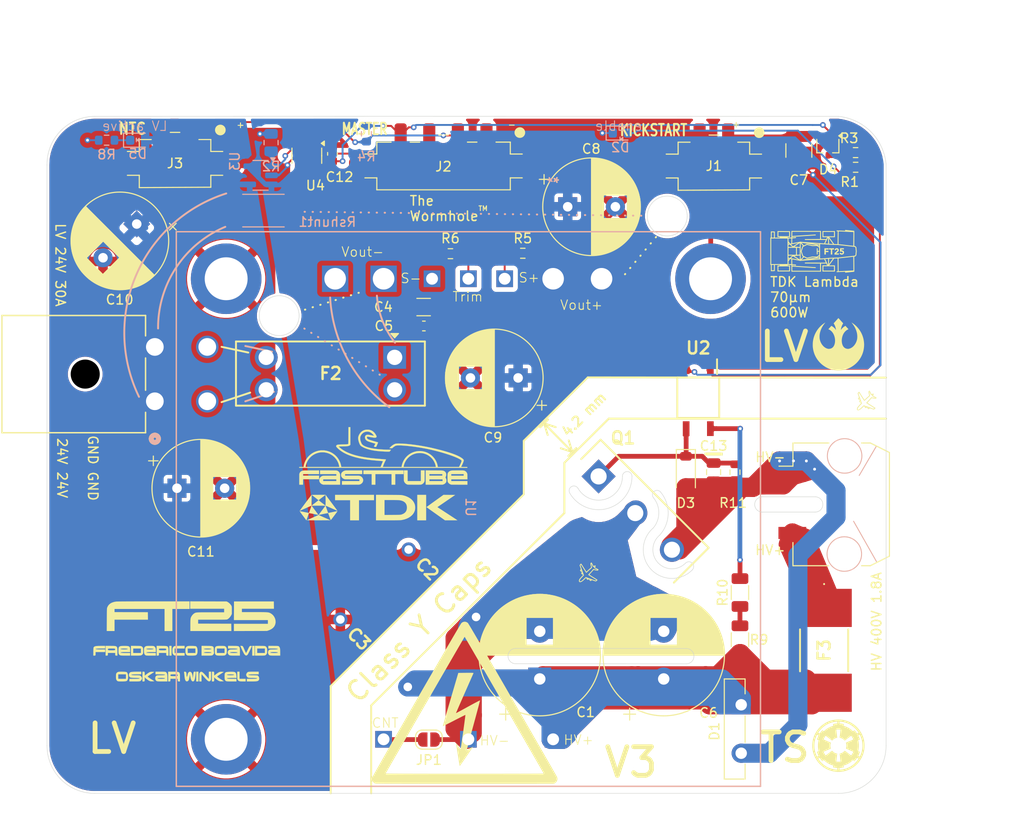
<source format=kicad_pcb>
(kicad_pcb
	(version 20241229)
	(generator "pcbnew")
	(generator_version "9.0")
	(general
		(thickness 1.67)
		(legacy_teardrops no)
	)
	(paper "A4")
	(layers
		(0 "F.Cu" mixed)
		(2 "B.Cu" mixed)
		(9 "F.Adhes" user "F.Adhesive")
		(11 "B.Adhes" user "B.Adhesive")
		(13 "F.Paste" user)
		(15 "B.Paste" user)
		(5 "F.SilkS" user "F.Silkscreen")
		(7 "B.SilkS" user "B.Silkscreen")
		(1 "F.Mask" user)
		(3 "B.Mask" user)
		(17 "Dwgs.User" user "User.Drawings")
		(19 "Cmts.User" user "User.Comments")
		(21 "Eco1.User" user "User.Eco1")
		(23 "Eco2.User" user "User.Eco2")
		(25 "Edge.Cuts" user)
		(27 "Margin" user)
		(31 "F.CrtYd" user "F.Courtyard")
		(29 "B.CrtYd" user "B.Courtyard")
		(35 "F.Fab" user)
		(33 "B.Fab" user)
		(39 "User.1" user)
		(41 "User.2" user)
		(43 "User.3" user)
		(45 "User.4" user)
		(47 "User.5" user)
		(49 "User.6" user)
		(51 "User.7" user)
		(53 "User.8" user)
		(55 "User.9" user)
	)
	(setup
		(stackup
			(layer "F.SilkS"
				(type "Top Silk Screen")
			)
			(layer "F.Paste"
				(type "Top Solder Paste")
			)
			(layer "F.Mask"
				(type "Top Solder Mask")
				(thickness 0.01)
			)
			(layer "F.Cu"
				(type "copper")
				(thickness 0.07)
			)
			(layer "dielectric 1"
				(type "core")
				(thickness 1.51)
				(material "FR4")
				(epsilon_r 4.5)
				(loss_tangent 0.02)
			)
			(layer "B.Cu"
				(type "copper")
				(thickness 0.07)
			)
			(layer "B.Mask"
				(type "Bottom Solder Mask")
				(thickness 0.01)
			)
			(layer "B.Paste"
				(type "Bottom Solder Paste")
			)
			(layer "B.SilkS"
				(type "Bottom Silk Screen")
			)
			(copper_finish "None")
			(dielectric_constraints no)
		)
		(pad_to_mask_clearance 0)
		(allow_soldermask_bridges_in_footprints no)
		(tenting front back)
		(grid_origin 154.6 131.4)
		(pcbplotparams
			(layerselection 0x00000000_00000000_55555555_5755f5ff)
			(plot_on_all_layers_selection 0x00000000_00000000_00000000_00000000)
			(disableapertmacros no)
			(usegerberextensions no)
			(usegerberattributes yes)
			(usegerberadvancedattributes yes)
			(creategerberjobfile no)
			(dashed_line_dash_ratio 12.000000)
			(dashed_line_gap_ratio 3.000000)
			(svgprecision 4)
			(plotframeref no)
			(mode 1)
			(useauxorigin yes)
			(hpglpennumber 1)
			(hpglpenspeed 20)
			(hpglpendiameter 15.000000)
			(pdf_front_fp_property_popups yes)
			(pdf_back_fp_property_popups yes)
			(pdf_metadata yes)
			(pdf_single_document no)
			(dxfpolygonmode yes)
			(dxfimperialunits yes)
			(dxfusepcbnewfont yes)
			(psnegative no)
			(psa4output no)
			(plot_black_and_white yes)
			(plotinvisibletext no)
			(sketchpadsonfab no)
			(plotpadnumbers no)
			(hidednponfab no)
			(sketchdnponfab yes)
			(crossoutdnponfab yes)
			(subtractmaskfromsilk yes)
			(outputformat 1)
			(mirror no)
			(drillshape 0)
			(scaleselection 1)
			(outputdirectory "gerber/")
		)
	)
	(net 0 "")
	(net 1 "/-VIN")
	(net 2 "GND")
	(net 3 "Net-(D4-Pad3)")
	(net 4 "/+VIN")
	(net 5 "+3V3")
	(net 6 "/LV+")
	(net 7 "/3V_buttoncell")
	(net 8 "/TEMP_TSDCDC")
	(net 9 "/HV-in")
	(net 10 "/LV_I_measure")
	(net 11 "/I_meas_weak")
	(net 12 "Net-(U1-+S)")
	(net 13 "Net-(D2-A)")
	(net 14 "Net-(D5-K)")
	(net 15 "/Vout+")
	(net 16 "Net-(R3-Pad2)")
	(net 17 "Net-(U1-TRM)")
	(net 18 "/HV+in")
	(net 19 "/Enable_G")
	(net 20 "/Enable_Opto")
	(net 21 "Net-(JP1-A)")
	(net 22 "Net-(R10-Pad1)")
	(net 23 "/Vout-")
	(footprint "Capacitor_SMD:C_1210_3225Metric" (layer "F.Cu") (at 178.85 64.58 -90))
	(footprint "Resistor_SMD:R_0603_1608Metric" (layer "F.Cu") (at 184.8 64.8))
	(footprint "footprints:airplane" (layer "F.Cu") (at 156.66 108.97 135))
	(footprint "Capacitor_SMD:C_0805_2012Metric" (layer "F.Cu") (at 169.91 98.309999 -90))
	(footprint "footprints:VY1471M29Y5UC63V0" (layer "F.Cu") (at 130.766058 113.762876 -45))
	(footprint "footprints:rebellion" (layer "F.Cu") (at 183 84.9))
	(footprint "FaSTTUBe_connectors:Micro_Mate-N-Lok_2p_vertical" (layer "F.Cu") (at 169.94 66.21))
	(footprint "Capacitor_THT:CP_Radial_D12.5mm_P5.00mm" (layer "F.Cu") (at 151.679369 120.000968 90))
	(footprint "Capacitor_THT:CP_Radial_D10.0mm_P5.00mm" (layer "F.Cu") (at 109.411454 72.292233 -135))
	(footprint "LOGO"
		(layer "F.Cu")
		(uuid "36ea3436-548e-4414-bac1-a7348850c228")
		(at 180.33 75.14)
		(property "Reference" "G***"
			(at 0 0 0)
			(layer "F.SilkS")
			(hide yes)
			(uuid "f973503b-fa37-47d9-b20f-d30676bb0e6c")
			(effects
				(font
					(size 1.5 1.5)
					(thickness 0.3)
				)
			)
		)
		(property "Value" "LOGO"
			(at 0.75 0 0)
			(layer "F.SilkS")
			(hide yes)
			(uuid "6387be7f-2b16-465c-8f89-140f5aa812b4")
			(effects
				(font
					(size 1.5 1.5)
					(thickness 0.3)
				)
			)
		)
		(property "Datasheet" ""
			(at 0 0 0)
			(layer "F.Fab")
			(hide yes)
			(uuid "41393a24-4ba8-4af2-84c5-5556a5cd9241")
			(effects
				(font
					(size 1.27 1.27)
					(thickness 0.15)
				)
			)
		)
		(property "Description" ""
			(at 0 0 0)
			(layer "F.Fab")
			(hide yes)
			(uuid "47d9374d-4d87-4be0-875b-3451ee135b5f")
			(effects
				(font
					(size 1.27 1.27)
					(thickness 0.15)
				)
			)
		)
		(attr board_only exclude_from_pos_files exclude_from_bom)
		(fp_poly
			(pts
				(xy 2.210106 -0.240934) (xy 2.210106 -0.176067) (xy 2.115122 -0.176067) (xy 2.020138 -0.176067)
				(xy 2.020138 0.088034) (xy 2.020138 0.352134) (xy 1.948322 0.352134) (xy 1.876505 0.352134) (xy 1.876505 0.088034)
				(xy 1.876505 -0.176067) (xy 1.781521 -0.176067) (xy 1.686538 -0.176067) (xy 1.686538 -0.240935)
				(xy 1.686537 -0.305801) (xy 1.948322 -0.305801) (xy 2.210106 -0.305801)
			)
			(stroke
				(width 0)
				(type solid)
			)
			(fill yes)
			(layer "F.SilkS")
			(uuid "7df8e5e8-4ee8-444f-be4a-2fc6df64b466")
		)
		(fp_poly
			(pts
				(xy 1.644837 -0.238617) (xy 1.644837 -0.171435) (xy 1.49657 -0.171434) (xy 1.348303 -0.171434) (xy 1.348303 -0.10425)
				(xy 1.348303 -0.037067) (xy 1.484987 -0.037067) (xy 1.621671 -0.037067) (xy 1.621671 0.030116) (xy 1.621671 0.0973)
				(xy 1.484987 0.0973) (xy 1.348303 0.0973) (xy 1.348303 0.224717) (xy 1.348303 0.352134) (xy 1.27417 0.352134)
				(xy 1.200036 0.352134) (xy 1.200036 0.023167) (xy 1.200037 -0.305801) (xy 1.422437 -0.305801) (xy 1.644836 -0.305801)
			)
			(stroke
				(width 0)
				(type solid)
			)
			(fill yes)
			(layer "F.SilkS")
			(uuid "79488fa3-17fb-4e16-b5f3-2b64540a352f")
		)
		(fp_poly
			(pts
				(xy 2.532179 -0.312678) (xy 2.576155 -0.304473) (xy 2.614922 -0.2894) (xy 2.648 -0.267744) (xy 2.67491 -0.239793)
				(xy 2.695172 -0.205832) (xy 2.704208 -0.181813) (xy 2.708716 -0.159076) (xy 2.7108 -0.130942) (xy 2.71048 -0.100955)
				(xy 2.707773 -0.072656) (xy 2.703574 -0.052464) (xy 2.698715 -0.037255) (xy 2.692926 -0.02316) (xy 2.685517 -0.009402)
				(xy 2.675798 0.004797) (xy 2.663078 0.020215) (xy 2.646666 0.037632) (xy 2.625872 0.057823) (xy 2.600005 0.081568)
				(xy 2.568374 0.109644) (xy 2.53029 0.142829) (xy 2.529931 0.14314) (xy 2.430439 0.229351) (xy 2.575106 0.230575)
				(xy 2.719774 0.231799) (xy 2.719774 0.291967) (xy 2.719774 0.352134) (xy 2.490308 0.352134) (xy 2.260843 0.352134)
				(xy 2.262116 0.277056) (xy 2.263389 0.201979) (xy 2.356056 0.119177) (xy 2.402943 0.077122) (xy 2.443117 0.04073)
				(xy 2.476929 0.009665) (xy 2.504727 -0.016408) (xy 2.526863 -0.037827) (xy 2.543685 -0.054929) (xy 2.555544 -0.06805)
				(xy 2.562789 -0.077524) (xy 2.565176 -0.081851) (xy 2.5716 -0.10729) (xy 2.569746 -0.130812) (xy 2.56056 -0.15134)
				(xy 2.544994 -0.167801) (xy 2.523994 -0.179121) (xy 2.49851 -0.184225) (xy 2.475724 -0.18314) (xy 2.452963 -0.175273)
				(xy 2.433454 -0.159912) (xy 2.418912 -0.1387) (xy 2.413064 -0.123046) (xy 2.407173 -0.101018) (xy 2.367714 -0.103927)
				(xy 2.344598 -0.10571) (xy 2.320508 -0.107692) (xy 2.30031 -0.109471) (xy 2.298702 -0.109622) (xy 2.269145 -0.112408)
				(xy 2.272093 -0.14061) (xy 2.280459 -0.177948) (xy 2.296913 -0.213524) (xy 2.320278 -0.245457) (xy 2.349375 -0.271863)
				(xy 2.357833 -0.277654) (xy 2.388158 -0.29404) (xy 2.420755 -0.305158) (xy 2.458064 -0.31171) (xy 2.483473 -0.313727)
			)
			(stroke
				(width 0)
				(type solid)
			)
			(fill yes)
			(layer "F.SilkS")
			(uuid "c06ae400-d6b0-4739-b2a0-6d35249e5efc")
		)
		(fp_poly
			(pts
				(xy 3.243342 -0.245567) (xy 3.243342 -0.185334) (xy 3.111291 -0.185334) (xy 2.979241 -0.185333)
				(xy 2.979241 -0.135525) (xy 2.979241 -0.085718) (xy 3.035999 -0.085703) (xy 3.075658 -0.084189)
				(xy 3.108746 -0.079239) (xy 3.137528 -0.070212) (xy 3.16427 -0.05647) (xy 3.181956 -0.044466) (xy 3.203555 -0.026318)
				(xy 3.221029 -0.006004) (xy 3.236416 0.019128) (xy 3.246178 0.039116) (xy 3.254238 0.063529) (xy 3.259574 0.09369)
				(xy 3.261941 0.126422) (xy 3.261098 0.158544) (xy 3.257324 0.184609) (xy 3.244399 0.223685) (xy 3.224208 0.260227)
				(xy 3.198098 0.292412) (xy 3.167418 0.318418) (xy 3.150847 0.328502) (xy 3.111135 0.345164) (xy 3.066727 0.356095)
				(xy 3.020478 0.360938) (xy 2.975243 0.359334) (xy 2.945754 0.354196) (xy 2.903627 0.339619) (xy 2.867264 0.317857)
				(xy 2.836999 0.289211) (xy 2.813163 0.253981) (xy 2.79881 0.220868) (xy 2.79432 0.207035) (xy 2.791744 0.197519)
				(xy 2.791552 0.194601) (xy 2.796444 0.193609) (xy 2.808775 0.190877) (xy 2.826961 0.186759) (xy 2.849416 0.181613)
				(xy 2.863407 0.178384) (xy 2.887539 0.172819) (xy 2.908262 0.168078) (xy 2.924002 0.164518) (xy 2.933186 0.162495)
				(xy 2.934883 0.162167) (xy 2.937199 0.166065) (xy 2.941475 0.175947) (xy 2.943919 0.182163) (xy 2.957618 0.206359)
				(xy 2.976856 0.224378) (xy 2.999977 0.235881) (xy 3.025322 0.240528) (xy 3.051235 0.23798) (xy 3.076057 0.227898)
				(xy 3.095075 0.213134) (xy 3.111612 0.190456) (xy 3.120769 0.164235) (xy 3.12262 0.136431) (xy 3.117245 0.108995)
				(xy 3.10472 0.083886) (xy 3.089275 0.066498) (xy 3.070671 0.05315) (xy 3.049056 0.043822) (xy 3.022749 0.038071)
				(xy 2.990066 0.035457) (xy 2.969974 0.03519) (xy 2.940708 0.035905) (xy 2.915232 0.038169) (xy 2.889963 0.042519)
				(xy 2.861313 0.04949) (xy 2.845988 0.053732) (xy 2.835519 0.056704) (xy 2.838042 -0.086323) (xy 2.838768 -0.123978)
				(xy 2.83959 -0.160526) (xy 2.840463 -0.194417) (xy 2.841344 -0.224098) (xy 2.842188 -0.248021) (xy 2.842954 -0.264633)
				(xy 2.843135 -0.267576) (xy 2.845706 -0.305801) (xy 3.044525 -0.305801) (xy 3.243342 -0.305801)
			)
			(stroke
				(width 0)
				(type solid)
			)
			(fill yes)
			(layer "F.SilkS")
			(uuid "5a963cb9-9510-4127-9f96-127e7c222fca")
		)
		(fp_poly
			(pts
				(xy 3.38727 -2.232811) (xy 3.40086 -2.231479) (xy 3.422092 -2.229358) (xy 3.450178 -2.22653) (xy 3.484329 -2.223073)
				(xy 3.523759 -2.219069) (xy 3.567678 -2.214599) (xy 3.615297 -2.209743) (xy 3.66583 -2.204582) (xy 3.718489 -2.199197)
				(xy 3.772484 -2.193667) (xy 3.827029 -2.188075) (xy 3.881335 -2.182501) (xy 3.934614 -2.177024)
				(xy 3.986077 -2.171727) (xy 4.034939 -2.166689) (xy 4.080407 -2.161992) (xy 4.121698 -2.157716)
				(xy 4.158021 -2.153941) (xy 4.188587 -2.150748) (xy 4.200017 -2.149547) (xy 4.234253 -2.145885)
				(xy 4.265408 -2.142435) (xy 4.292316 -2.139335) (xy 4.31381 -2.136726) (xy 4.328722 -2.134745) (xy 4.335885 -2.133532)
				(xy 4.336334 -2.133359) (xy 4.336533 -2.128574) (xy 4.336655 -2.115023) (xy 4.336705 -2.093209)
				(xy 4.336684 -2.063633) (xy 4.336595 -2.026795) (xy 4.33644 -1.983198) (xy 4.336223 -1.933343) (xy 4.335944 -1.877731)
				(xy 4.335608 -1.816864) (xy 4.335216 -1.751243) (xy 4.33477 -1.681369) (xy 4.334273 -1.607743) (xy 4.333728 -1.530869)
				(xy 4.333136 -1.451244) (xy 4.332871 -1.416624) (xy 4.332241 -1.334602) (xy 4.331634 -1.254271)
				(xy 4.33105 -1.176204) (xy 4.330496 -1.10097) (xy 4.329976 -1.029142) (xy 4.329492 -0.961291) (xy 4.329052 -0.897987)
				(xy 4.328655 -0.839801) (xy 4.328308 -0.787305) (xy 4.328013 -0.741071) (xy 4.327776 -0.701668)
				(xy 4.327599 -0.669669) (xy 4.327487 -0.645643) (xy 4.327444 -0.630164) (xy 4.327444 -0.627586)
				(xy 4.327545 -0.55322) (xy 4.37377 -0.54809) (xy 4.419996 -0.542959) (xy 4.484971 -0.483626) (xy 4.505281 -0.464833)
				(xy 4.522986 -0.44798) (xy 4.537024 -0.434118) (xy 4.546333 -0.424295) (xy 4.54985 -0.419562) (xy 4.549855 -0.419489)
				(xy 4.550293 -0.414027) (xy 4.551582 -0.400285) (xy 4.55363 -0.379199) (xy 4.556344 -0.351708) (xy 4.55963 -0.31875)
				(xy 4.563396 -0.281261) (xy 4.567548 -0.240179) (xy 4.571355 -0.202709) (xy 4.592945 0.009267) (xy 4.571355 0.221242)
				(xy 4.566945 0.264663) (xy 4.562841 0.305296) (xy 4.559137 0.342206) (xy 4.555926 0.374453) (xy 4.553301 0.401102)
				(xy 4.551353 0.421213) (xy 4.550178 0.433849) (xy 4.549855 0.438022) (xy 4.546612 0.442512) (xy 4.537531 0.452137)
				(xy 4.523674 0.465847) (xy 4.506105 0.482593) (xy 4.485885 0.501324) (xy 4.484971 0.50216) (xy 4.419997 0.561493)
				(xy 4.373769 0.566623) (xy 4.327545 0.571753) (xy 4.327444 0.646119) (xy 4.327469 0.65926) (xy 4.327563 0.681097)
				(xy 4.327723 0.711058) (xy 4.327945 0.748571) (xy 4.328225 0.793067) (xy 4.328559 0.843974) (xy 4.328943 0.90072)
				(xy 4.329373 0.962734) (xy 4.329846 1.029446) (xy 4.330356 1.100286) (xy 4.330901 1.17468) (xy 4.331477 1.252059)
				(xy 4.332079 1.33185) (xy 4.332704 1.413485) (xy 4.332871 1.435157) (xy 4.333481 1.5158) (xy 4.334047 1.593906)
				(xy 4.334564 1.668978) (xy 4.335032 1.740512) (xy 4.335447 1.808006) (xy 4.335808 1.870958) (xy 4.336111 1.928869)
				(xy 4.336355 1.981237) (xy 4.336537 2.02756) (xy 4.336653 2.067337) (xy 4.336704 2.100067) (xy 4.336685 2.125248)
				(xy 4.336594 2.142379) (xy 4.336429 2.150958) (xy 4.336335 2.151893) (xy 4.331377 2.152884) (xy 4.318367 2.15468)
				(xy 4.298472 2.157138) (xy 4.272859 2.160123) (xy 4.242694 2.163495) (xy 4.209148 2.167117) (xy 4.200017 2.168082)
				(xy 4.172233 2.170992) (xy 4.138346 2.174521) (xy 4.099146 2.178586) (xy 4.055419 2.183108) (xy 4.007954 2.188005)
				(xy 3.957539 2.193199) (xy 3.904962 2.198607) (xy 3.851011 2.204148) (xy 3.796475 2.209742) (xy 3.742141 2.215309)
				(xy 3.688796 2.220768) (xy 3.63723 2.226037) (xy 3.588231 2.231037) (xy 3.542586 2.235687) (xy 3.501083 2.239906)
				(xy 3.464512 2.243614) (xy 3.433658 2.246729) (xy 3.409312 2.249172) (xy 3.39226 2.250859) (xy 3.383291 2.251715)
				(xy 3.382109 2.251806) (xy 3.380255 2.247528) (xy 3.378178 2.23608) (xy 3.376217 2.219545) (xy 3.37545 2.210835)
				(xy 3.3736 2.191763) (xy 3.371439 2.175942) (xy 3.369333 2.165869) (xy 3.368582 2.163999) (xy 3.368194 2.163123)
				(xy 3.367841 2.162336) (xy 3.367055 2.161657) (xy 3.365358 2.161104) (xy 3.362276 2.160697) (xy 3.357337 2.160453)
				(xy 3.350069 2.160392) (xy 3.339994 2.160532) (xy 3.32664 2.16089) (xy 3.309536 2.161487) (xy 3.288204 2.162341)
				(xy 3.26217 2.16347) (xy 3.230964 2.164892) (xy 3.19411 2.166627) (xy 3.151135 2.168692) (xy 3.101565 2.171107)
				(xy 3.044926 2.17389) (xy 2.980744 2.177059) (xy 2.908545 2.180634) (xy 2.827857 2.184632) (xy 2.773776 2.187311)
				(xy 2.723126 2.189773) (xy 2.675244 2.19201) (xy 2.630927 2.19399) (xy 2.590972 2.195683) (xy 2.556177 2.197057)
				(xy 2.52734 2.198081) (xy 2.505257 2.198724) (xy 2.490727 2.198954) (xy 2.484548 2.198738) (xy 2.484397 2.198675)
				(xy 2.482972 2.193086) (xy 2.4815 2.180449) (xy 2.480208 2.162975) (xy 2.479683 2.152716) (xy 2.477796 2.109587)
				(xy 2.502643 2.106603) (xy 2.520245 2.105084) (xy 2.542271 2.103995) (xy 2.563398 2.103579) (xy 2.599307 2.103539)
				(xy 2.599205 2.03983) (xy 2.599136 2.026958) (xy 2.59896 2.005475) (xy 2.598682 1.976034) (xy 2.598313 1.939289)
				(xy 2.597857 1.895895) (xy 2.597323 1.846507) (xy 2.596718 1.791777) (xy 2.596049 1.732363) (xy 2.595323 1.668916)
				(xy 2.594547 1.602089) (xy 2.593729 1.53254) (xy 2.592876 1.460921) (xy 2.592357 1.417804) (xy 2.591488 1.345622)
				(xy 2.590651 1.275356) (xy 2.589851 1.207638) (xy 2.589097 1.143098) (xy 2.588395 1.08237) (xy 2.587752 1.026085)
				(xy 2.587175 0.974875) (xy 2.586672 0.929372) (xy 2.58625 0.890208) (xy 2.585916 0.858015) (xy 2.585677 0.833425)
				(xy 2.585539 0.817069) (xy 2.585508 0.811266) (xy 2.585407 0.763045) (xy 2.477681 0.76615) (xy 2.420738 0.767807)
				(xy 2.372367 0.769264) (xy 2.331872 0.770562) (xy 2.298559 0.771745) (xy 2.271738 0.772854) (xy 2.250712 0.773931)
				(xy 2.234789 0.775018) (xy 2.223275 0.776158) (xy 2.215478 0.777392) (xy 2.210703 0.778764) (xy 2.208257 0.780313)
				(xy 2.207447 0.782084) (xy 2.207419 0.782564) (xy 2.204733 0.787317) (xy 2.196946 0.798996) (xy 2.184444 0.817061)
				(xy 2.167617 0.84097) (xy 2.146849 0.870183) (xy 2.122527 0.90416) (xy 2.09504 0.94236) (xy 2.064773 0.984242)
				(xy 2.032115 1.029266) (xy 1.99745 1.07689) (xy 1.961168 1.126575) (xy 1.960005 1.128165) (xy 1.923623 1.177986)
				(xy 1.888809 1.225823) (xy 1.855956 1.271128) (xy 1.825453 1.313354) (xy 1.797694 1.351955) (xy 1.773068 1.386383)
				(xy 1.751966 1.416092) (xy 1.734781 1.440534) (xy 1.721903 1.459162) (xy 1.713724 1.47143) (xy 1.710635 1.47679)
				(xy 1.710627 1.476824) (xy 1.708624 1.487304) (xy 2.003382 1.487304) (xy 2.298139 1.487304) (xy 2.298144 1.583446)
				(xy 2.298213 1.608384) (xy 2.298406 1.641116) (xy 2.29871 1.680174) (xy 2.299111 1.724089) (xy 2.299595 1.771389)
				(xy 2.300147 1.820606) (xy 2.300755 1.870268) (xy 2.301218 1.905463) (xy 2.304286 2.131339) (xy 1.647305 2.131339)
				(xy 0.990323 2.131339) (xy 0.993195 2.113964) (xy 0.993689 2.106417) (xy 0.994158 2.090423) (xy 0.994594 2.066805)
				(xy 0.99496 2.038672) (xy 1.08875 2.038672) (xy 1.647111 2.038672) (xy 2.205472 2.038672) (xy 2.205472 1.809321)
				(xy 2.205472 1.579971) (xy 1.656421 1.579199) (xy 1.585739 1.579096) (xy 1.517565 1.578991) (xy 1.452484 1.578885)
				(xy 1.391074 1.578779) (xy 1.333918 1.578675) (xy 1.281595 1.578571) (xy 1.234689 1.578472) (xy 1.193778 1.578378)
				(xy 1.159447 1.57829) (xy 1.132272 1.578209) (xy 1.112838 1.578137) (xy 1.101725 1.578074) (xy 1.099261 1.57804)
				(xy 1.097423 1.578408) (xy 1.095875 1.580202) (xy 1.094589 1.584173) (xy 1.093535 1.591074) (xy 1.092682 1.601656)
				(xy 1.091999 1.61667) (xy 1.091456 1.636869) (xy 1.091023 1.663004) (xy 1.090669 1.695827) (xy 1.090364 1.736087)
				(xy 1.090077 1.784539) (xy 1.089951 1.808163) (xy 1.08875 2.038672) (xy 0.99496 2.038672) (xy 0.99499 2.036382)
				(xy 0.995338 1.999975) (xy 0.995631 1.958404) (xy 0.995862 1.912492) (xy 0.996024 1.863057) (xy 0.996108 1.810921)
				(xy 0.996118 1.78963) (xy 0.996169 1.482671) (xy 1.242123 1.482671) (xy 1.291787 1.482595) (xy 1.337431 1.482378)
				(xy 1.378334 1.48203) (xy 1.413769 1.481564) (xy 1.443013 1.480992) (xy 1.465339 1.480327) (xy 1.480024 1.47958)
				(xy 1.486341 1.478764) (xy 1.486531 1.478558) (xy 1.484152 1.47334) (xy 1.478357 1.461039) (xy 1.469747 1.442919)
				(xy 1.458926 1.420247) (xy 1.446495 1.394288) (xy 1.441011 1.382862) (xy 1.397037 1.291279) (xy 1.283478 1.294298)
				(xy 1.249685 1.295057) (xy 1.208904 1.295746) (xy 1.163413 1.296342) (xy 1.11549 1.296818) (xy 1.067413 1.297151)
				(xy 1.021462 1.297314) (xy 1.006594 1.297327) (xy 0.843269 1.297337) (xy 0.843269 1.721288) (xy 0.843269 2.145239)
				(xy -0.708148 2.145239) (xy -2.259563 2.145239) (xy -2.262634 1.935978) (xy -2.263315 1.886185)
				(xy -2.263944 1.833688) (xy -2.264503 1.780411) (xy -2.264976 1.728276) (xy -2.265345 1.679207)
				(xy -2.265592 1.635127) (xy -2.265702 1.59796) (xy -2.265706 1.590794) (xy -2.265739 1.55167) (xy -2.265876 1.520834)
				(xy -2.266173 1.497306) (xy -2.266692 1.480108) (xy -2.26749 1.46826) (xy -2.268626 1.460783) (xy -2.270157 1.456697)
				(xy -2.272141 1.455025) (xy -2.273814 1.454766) (xy -2.280294 1.454537) (xy -2.294854 1.453935)
				(xy -2.316319 1.453013) (xy -2.343512 1.451821) (xy -2.37526 1.450411) (xy -2.410382 1.448834) (xy -2.43019 1.447939)
				(xy -2.468142 1.446262) (xy -2.504686 1.44473) (xy -2.538371 1.443397) (xy -2.567745 1.442318) (xy -2.591357 1.441547)
				(xy -2.607758 1.441142) (xy -2.612049 1.441093) (xy -2.64564 1.44097) (xy -2.64564 1.468771) (xy -2.645639 1.496571)
				(xy -2.525331 1.496571) (xy -2.405021 1.496571) (xy -2.403705 1.805846) (xy -2.403515 1.858546)
				(xy -2.403401 1.908502) (xy -2.40336 1.954946) (xy -2.40339 1.997109) (xy -2.403489 2.034222) (xy -2.403653 2.065515)
				(xy -2.403881 2.090221) (xy -2.404171 2.107569) (xy -2.404518 2.116791) (xy -2.404706 2.118106)
				(xy -2.409529 2.11848) (xy -2.423095 2.118886) (xy -2.44488 2.119321) (xy -2.474362 2.119778) (xy -2.511016 2.120253)
				(xy -2.554319 2.12074) (xy -2.603749 2.121235) (xy -2.658781 2.121732) (xy -2.718891 2.122227) (xy -2.783558 2.122715)
				(xy -2.852257 2.12319) (xy -2.924462 2.123648) (xy -2.999654 2.124083) (xy -3.0638 2.124423) (xy -3.720577 2.127757)
				(xy -3.720577 1.81448) (xy -3.720577 1.593871) (xy -3.62791 1.593871) (xy -3.62791 1.814711) (xy -3.62791 2.03555)
				(xy -3.411698 2.032478) (xy -3.369215 2.031948) (xy -3.31891 2.031448) (xy -3.262228 2.030984) (xy -3.200615 2.030565)
				(xy -3.135516 2.030198) (xy -3.068375 2.029891) (xy -3.000637 2.029653) (xy -2.933749 2.02949) (xy -2.869154 2.029412)
				(xy -2.846385 2.029405) (xy -2.497283 2.029405) (xy -2.498486 1.81048) (xy -2.49969 1.591554) (xy -2.537915 1.591676)
				(xy -2.547579 1.591701) (xy -2.565869 1.591743) (xy -2.592146 1.591801) (xy -2.62577 1.591872) (xy -2.666099 1.591957)
				(xy -2.712496 1.592053) (xy -2.764319 1.592159) (xy -2.820929 1.592274) (xy -2.881685 1.592396)
				(xy -2.945948 1.592525) (xy -3.013077 1.592659) (xy -3.082432 1.592796) (xy -3.102025 1.592834)
				(xy -3.62791 1.593871) (xy -3.720577 1.593871) (xy -3.720577 1.501204) (xy -3.654551 1.501183) (xy -3.624666 1.500936)
				(xy -3.592334 1.500279) (xy -3.561481 1.499312) (xy -3.536401 1.498158) (xy -3.484276 1.495155)
				(xy -3.484276 1.468063) (xy -3.484276 1.44097) (xy -3.740716 1.44097) (xy -3.997156 1.44097) (xy -4.000524 1.764101)
				(xy -4.001097 1.817922) (xy -4.001663 1.868962) (xy -4.002214 1.916476) (xy -4.002738 1.959718)
				(xy -4.003227 1.997942) (xy -4.00367 2.030405) (xy -4.004058 2.056359) (xy -4.004382 2.07506) (xy -4.004631 2.085762)
				(xy -4.004755 2.088096) (xy -4.009616 2.088576) (xy -4.02259 2.089168) (xy -4.042528 2.089847) (xy -4.068278 2.090589)
				(xy -4.098689 2.091373) (xy -4.132609 2.092176) (xy -4.168888 2.092974) (xy -4.206373 2.093745)
				(xy -4.243913 2.094466) (xy -4.28036 2.095114) (xy -4.314559 2.095667) (xy -4.34536 2.096101) (xy -4.371612 2.096393)
				(xy -4.392163 2.096521) (xy -4.405862 2.096463) (xy -4.411559 2.096194) (xy -4.41163 2.096166) (xy -4.412287 2.091243)
				(xy -4.412909 2.077802) (xy -4.413489 2.056593) (xy -4.414016 2.028365) (xy -4.414482 1.993867)
				(xy -4.414878 1.953848) (xy -4.415193 1.909058) (xy -4.415422 1.860246) (xy -4.415551 1.808161)
				(xy -4.415578 1.769665) (xy -4.415578 1.445919) (xy -4.322912 1.44592) (xy -4.322911 1.632667) (xy -4.32283 1.677998)
				(xy -4.322597 1.724363) (xy -4.322233 1.770035) (xy -4.321755 1.813286) (xy -4.321184 1.852391)
				(xy -4.320538 1.885623) (xy -4.319861 1.910511) (xy -4.31681 2.001605) (xy -4.27237 2.001588) (xy -4.250095 2.001348)
				(xy -4.222113 2.000707) (xy -4.191967 1.999762) (xy -4.163205 1.99861) (xy -4.162654 1.998585) (xy -4.09738 1.995599)
				(xy -4.094329 1.722449) (xy -4.093807 1.672987) (xy -4.093375 1.626306) (xy -4.093037 1.583227)
				(xy -4.092796 1.544568) (xy -4.092653 1.51115) (xy -4.092615 1.483793) (xy -4.092685 1.463316) (xy -4.092866 1.450539)
				(xy -4.09313 1.446294) (xy -4.09808 1.445515) (xy -4.111021 1.444917) (xy -4.130668 1.444519) (xy -4.155749 1.444338)
				(xy -4.184984 1.444394) (xy -4.208947 1.444604) (xy -4.322912 1.44592) (xy -4.415578 1.445919) (xy -4.415578 1.445604)
				(xy -4.44609 1.445604) (xy -4.476601 1.445603) (xy -4.472918 1.340195) (xy -4.472551 1.32484) (xy -4.472203 1.300703)
				(xy -4.471875 1.268271) (xy -4.471567 1.22803) (xy -4.471279 1.180464) (xy -4.47101 1.126058) (xy -4.470761 1.065302)
				(xy -4.470532 0.998677) (xy -4.470323 0.92667) (xy -4.470132 0.849767) (xy -4.469964 0.768454) (xy -4.469814 0.683216)
				(xy -4.469683 0.594538) (xy -4.469572 0.502907) (xy -4.469482 0.408808) (xy -4.469412 0.312726)
				(xy -4.469361 0.215146) (xy -4.469329 0.116557) (xy -4.469318 0.017441) (xy -4.469319 0.009267)
				(xy -4.376195 0.009267) (xy -4.376195 1.348304) (xy -3.921735 1.348303) (xy -3.84542 1.348265) (xy -3.763054 1.348156)
				(xy -3.676284 1.347978) (xy -3.586755 1.34774) (xy -3.496112 1.347448) (xy -3.4755 1.34737) (xy -2.566874 1.347369)
				(xy -2.510115 1.350271) (xy -2.485398 1.351507) (xy -2.454562 1.353009) (xy -2.420743 1.354622)
				(xy -2.387079 1.356201) (xy -2.369956 1.35699) (xy -2.342439 1.358262) (xy -2.317591 1.359435) (xy -2.297116 1.360426)
				(xy -2.28272 1.361153) (xy -2.27648 1.361507) (xy -2.266404 1.362204) (xy -2.268995 1.099261) (xy -2.269489 1.050816)
				(xy -2.269988 1.005216) (xy -2.270479 0.963292) (xy -2.270952 0.925869) (xy -2.271395 0.893779)
				(xy -2.271407 0.893007) (xy -2.176597 0.893007) (xy -2.176496 0.920555) (xy -2.176287 0.953996)
				(xy -2.175973 0.992488) (xy -2.175561 1.035186) (xy -2.175055 1.081248) (xy -2.174701 1.110891)
				(xy -2.17154 1.365972) (xy -2.129432 1.368977) (xy -2.067771 1.373609) (xy -2.010185 1.378392) (xy -1.957281 1.383255)
				(xy -1.909674 1.388125) (xy -1.867971 1.39293) (xy -1.832783 1.397595) (xy -1.80472 1.40205) (xy -1.784393 1.406223)
				(xy -1.772412 1.410037) (xy -1.769774 1.411753) (xy -1.769529 1.417538) (xy -1.771735 1.42998) (xy -1.775956 1.446925)
				(xy -1.778921 1.457187) (xy -1.785239 1.477077) (xy -1.790133 1.489488) (xy -1.794401 1.495928)
				(xy -1.798845 1.497914) (xy -1.800426 1.497857) (xy -1.808153 1.49683) (xy -1.823059 1.494741) (xy -1.843149 1.491874)
				(xy -1.866434 1.488511) (xy -1.871871 1.48772) (xy -1.897523 1.484335) (xy -1.929466 1.480654) (xy -1.964746 1.476986)
				(xy -2.000406 1.473642) (xy -2.027089 1.471419) (xy -2.057452 1.46905) (xy -2.086497 1.466764) (xy -2.112259 1.464717)
				(xy -2.132778 1.463064) (xy -2.146087 1.461962) (xy -2.146397 1.461935) (xy -2.173039 1.459646)
				(xy -2.173039 1.489692) (xy -2.172691 1.506113) (xy -2.171285 1.515262) (xy -2.168279 1.519122)
				(xy -2.164797 1.519737) (xy -2.158723 1.520031) (xy -2.144281 1.520874) (xy -2.12235 1.522213) (xy -2.093809 1.52399)
				(xy -2.059538 1.526152) (xy -2.020415 1.528643) (xy -1.977319 1.531407) (xy -1.93113 1.534389) (xy -1.906488 1.535988)
				(xy -1.854929 1.539338) (xy -1.80268 1.542728) (xy -1.751135 1.546071) (xy -1.701688 1.549275) (xy -1.655732 1.55225)
				(xy -1.614661 1.554907) (xy -1.579869 1.557154) (xy -1.552749 1.558901) (xy -1.549854 1.559087)
				(xy -1.519396 1.561047) (xy -1.481663 1.56348) (xy -1.438624 1.566258) (xy -1.392251 1.569254) (xy -1.344516 1.57234)
				(xy -1.297389 1.575391) (xy -1.264903 1.577495) (xy -1.217015 1.580596) (xy -1.16498 1.583963) (xy -1.111213 1.587439)
				(xy -1.058137 1.590868) (xy -1.008165 1.594093) (xy -0.963719 1.596959) (xy -0.942887 1.598301)
				(xy -0.897305 1.601236) (xy -0.845716 1.60456) (xy -0.791355 1.608063) (xy -0.737462 1.611537) (xy -0.687275 1.614773)
				(xy -0.655619 1.616816) (xy -0.610848 1.619703) (xy -0.559926 1.622982) (xy -0.505948 1.626455)
				(xy -0.452011 1.629924) (xy -0.401211 1.633186) (xy -0.363718 1.635592) (xy -0.328419 1.637861)
				(xy -0.285555 1.640625) (xy -0.236806 1.643776) (xy -0.183852 1.647202) (xy -0.128376 1.650799)
				(xy -0.072057 1.654455) (xy -0.016577 1.658062) (xy 0.031407 1.661186) (xy 0.078504 1.664246) (xy 0.122931 1.667115)
				(xy 0.163807 1.669738) (xy 0.200251 1.672059) (xy 0.231381 1.674022) (xy 0.256316 1.675572) (xy 0.274174 1.676652)
				(xy 0.284073 1.677206) (xy 0.285714 1.677271) (xy 0.289145 1.678355) (xy 0.291125 1.682707) (xy 0.291847 1.691981)
				(xy 0.291504 1.70783) (xy 0.290854 1.721421) (xy 0.289553 1.740799) (xy 0.287959 1.756543) (xy 0.286321 1.766454)
				(xy 0.285478 1.768637) (xy 0.280651 1.768608) (xy 0.266958 1.768) (xy 0.24478 1.766836) (xy 0.214499 1.765141)
				(xy 0.176497 1.762937) (xy 0.131153 1.76025) (xy 0.078851 1.757101) (xy 0.019972 1.753516) (xy -0.045106 1.749517)
				(xy -0.115998 1.745128) (xy -0.192324 1.740372) (xy -0.273703 1.735274) (xy -0.359753 1.729857)
				(xy -0.450093 1.724144) (xy -0.544342 1.718159) (xy -0.642118 1.711925) (xy -0.743041 1.705468)
				(xy -0.846728 1.698808) (xy -0.944155 1.692531) (xy -1.050013 1.6857) (xy -1.153439 1.679031) (xy -1.254052 1.67255)
				(xy -1.351472 1.666279) (xy -1.445319 1.660243) (xy -1.535212 1.654466) (xy -1.620772 1.648974)
				(xy -1.701618 1.643789) (xy -1.77737 1.638936) (xy -1.847648 1.634441) (xy -1.912071 1.630326) (xy -1.97026 1.626617)
				(xy -2.021834 1.623337) (xy -2.066412 1.620512) (xy -2.103615 1.618164) (xy -2.133063 1.61632) (xy -2.154375 1.615002)
				(xy -2.167171 1.614236) (xy -2.171095 1.614039) (xy -2.171128 1.618662) (xy -2.171074 1.631645)
				(xy -2.170943 1.652082) (xy -2.170742 1.679067) (xy -2.170476 1.711694) (xy -2.170155 1.749057)
				(xy -2.169782 1.790249) (xy -2.169374 1.833647) (xy -2.167282 2.052572) (xy -0.707684 2.052572)
				(xy 0.751913 2.052572) (xy 0.748501 1.676113) (xy 0.747965 1.617934) (xy 0.747438 1.562492) (xy 0.746927 1.510476)
				(xy 0.746439 1.462575) (xy 0.745982 1.419482) (xy 0.745565 1.381879) (xy 0.745193 1.350461) (xy 0.744876 1.325917)
				(xy 0.74462 1.308934) (xy 0.744433 1.300203) (xy 0.74437 1.299146) (xy 0.739738 1.29906) (xy 0.726314 1.298912)
				(xy 0.704572 1.298707) (xy 0.674985 1.29845) (xy 0.63803 1.298141) (xy 0.594179 1.297786) (xy 0.543907 1.297389)
				(xy 0.487688 1.296953) (xy 0.425996 1.296482) (xy 0.359306 1.295979) (xy 0.288092 1.295448) (xy 0.212828 1.294894)
				(xy 0.133988 1.294318) (xy 0.052047 1.293726) (xy -0.032522 1.293121) (xy -0.050967 1.292989) (xy -0.136082 1.292366)
				(xy -0.218697 1.291727) (xy -0.298338 1.291076) (xy -0.374525 1.29042) (xy -0.446785 1.289762) (xy -0.51464 1.289109)
				(xy -0.577615 1.288467) (xy -0.635234 1.287838) (xy -0.687017 1.287229) (xy -0.732492 1.286647)
				(xy -0.771182 1.286094) (xy -0.80261 1.285578) (xy -0.8263 1.285103) (xy -0.841774 1.284674) (xy -0.848559 1.284296)
				(xy -0.848834 1.284224) (xy -0.849966 1.278521) (xy -0.850313 1.265798) (xy -0.849853 1.248265)
				(xy -0.849272 1.23771) (xy -0.84646 1.194313) (xy -0.241371 1.198332) (xy -0.165921 1.198806) (xy -0.087571 1.199245)
				(xy -0.006827 1.199647) (xy 0.075804 1.200015) (xy 0.159817 1.200345) (xy 0.244705 1.200641) (xy 0.329962 1.2009)
				(xy 0.415083 1.201123) (xy 0.49956 1.201308) (xy 0.582888 1.201456) (xy 0.664561 1.201569) (xy 0.744073 1.201645)
				(xy 0.820918 1.20168) (xy 0.894589 1.201678) (xy 0.964581 1.20164) (xy 1.030387 1.201562) (xy 1.091501 1.201446)
				(xy 1.147417 1.20129) (xy 1.19763 1.201096) (xy 1.241632 1.200862) (xy 1.278919 1.200589) (xy 1.308983 1.200276)
				(xy 1.331319 1.199923) (xy 1.34542 1.19953) (xy 1.35078 1.199096) (xy 1.350806 1.199078) (xy 1.349214 1.19475)
				(xy 1.344123 1.183101) (xy 1.336024 1.165174) (xy 1.325408 1.142014) (xy 1.312764 1.114663) (xy 1.298583 1.084164)
				(xy 1.283355 1.051563) (xy 1.26757 1.0179) (xy 1.251718 0.984222) (xy 1.23629 0.951571) (xy 1.221776 0.920988)
				(xy 1.208665 0.893521) (xy 1.197449 0.87021) (xy 1.188618 0.852101) (xy 1.18266 0.840235) (xy 1.180095 0.835685)
				(xy 1.175226 0.835695) (xy 1.161554 0.836353) (xy 1.139522 0.83763) (xy 1.10957 0.839495) (xy 1.07214 0.84192)
				(xy 1.027672 0.844876) (xy 0.976607 0.848331) (xy 0.919386 0.852257) (xy 0.85645 0.856627) (xy 0.788239 0.861409)
				(xy 0.715194 0.866573) (xy 0.685735 0.868667) (xy 0.663095 0.870269) (xy 0.632355 0.872428) (xy 0.594658 0.875065)
				(xy 0.551149 0.8781) (xy 0.502971 0.881454) (xy 0.451269 0.885047) (xy 0.397186 0.888799) (xy 0.341867 0.89263)
				(xy 0.286456 0.896461) (xy 0.284951 0.896566) (xy 0.176937 0.90403) (xy 0.077696 0.910891) (xy -0.013246 0.917182)
				(xy -0.09636 0.922935) (xy -0.172119 0.928184) (xy -0.240997 0.932962) (xy -0.303464 0.9373) (xy -0.359995 0.941234)
				(xy -0.411061 0.944794) (xy -0.457135 0.948013) (xy -0.49869 0.950924) (xy -0.536198 0.953561) (xy -0.549051 0.954467)
				(xy -0.578891 0.956562) (xy -0.616558 0.95919) (xy -0.660642 0.962254) (xy -0.709728 0.965655) (xy -0.7624 0.969296)
				(xy -0.817245 0.973079) (xy -0.872847 0.976906) (xy -0.927792 0.980679) (xy -0.949836 0.98219) (xy -1.01286 0.986511)
				(xy -1.067275 0.990257) (xy -1.113708 0.993486) (xy -1.152795 0.996259) (xy -1.185167 0.998635)
				(xy -1.211458 1.000672) (xy -1.232301 1.002429) (xy -1.248327 1.003966) (xy -1.26017 1.005342) (xy -1.268462 1.006617)
				(xy -1.273837 1.007848) (xy -1.276926 1.009095) (xy -1.278363 1.010417) (xy -1.27878 1.011874) (xy -1.278804 1.012926)
				(xy -1.282603 1.018344) (xy -1.286912 1.019325) (xy -1.292531 1.018476) (xy -1.306619 1.016012)
				(xy -1.328539 1.012051) (xy -1.357656 1.006711) (xy -1.393335 1.000111) (xy -1.434941 0.992369)
				(xy -1.481838 0.983603) (xy -1.533392 0.973932) (xy -1.588967 0.963474) (xy -1.647926 0.952347)
				(xy -1.709637 0.94067) (xy -1.734781 0.935903) (xy -1.797241 0.924076) (xy -1.857088 0.912784) (xy -1.913699 0.902139)
				(xy -1.953465 0.894691) (xy -1.182718 0.894691) (xy -1.181463 0.896526) (xy -1.178384 0.896375)
				(xy -1.172445 0.895435) (xy -1.157826 0.893191) (xy -1.135011 0.889716) (xy -1.104486 0.885085)
				(xy -1.066734 0.879368) (xy -1.022239 0.87264) (xy -0.971486 0.864975) (xy -0.914959 0.856444) (xy -0.853143 0.847121)
				(xy -0.786521 0.837079) (xy -0.736248 0.829506) (xy 1.283437 0.829506) (xy 1.285371 0.83409) (xy 1.290948 0.846313)
				(xy 1.299823 0.865444) (xy 1.311656 0.890755) (xy 1.326103 0.921518) (xy 1.342822 0.957002) (xy 1.361471 0.99648)
				(xy 1.381708 1.039222) (xy 1.403189 1.0845) (xy 1.404312 1.086863) (xy 1.426648 1.133895) (xy 1.448401 1.179705)
				(xy 1.46914 1.223387) (xy 1.488433 1.264033) (xy 1.50585 1.300734) (xy 1.52096 1.332582) (xy 1.53333 1.358667)
				(xy 1.542531 1.378082) (xy 1.547623 1.388845) (xy 1.556963 1.407744) (xy 1.565324 1.423077) (xy 1.571732 1.433155)
				(xy 1.575015 1.436337) (xy 1.580188 1.435472) (xy 1.580479 1.435179) (xy 1.580745 1.430338) (xy 1.581201 1.417174)
				(xy 1.581825 1.396605) (xy 1.582595 1.369556) (xy 1.58344 1.338627) (xy 1.677952 1.338627) (xy 1.678207 1.349718)
				(xy 1.678783 1.352937) (xy 1.681828 1.348916) (xy 1.689917 1.337994) (xy 1.702623 1.320751) (xy 1.719521 1.297767)
				(xy 1.740185 1.269622) (xy 1.764191 1.236896) (xy 1.791111 1.200169) (xy 1.820521 1.160021) (xy 1.851995 1.117032)
				(xy 1.885108 1.071782) (xy 1.889579 1.065669) (xy 1.9228 1.020219) (xy 1.954356 0.976973) (xy 1.983829 0.936509)
				(xy 2.010802 0.899402) (xy 2.034857 0.866229) (xy 2.055579 0.837567) (xy 2.072549 0.813991) (xy 2.085351 0.796077)
				(xy 2.093565 0.784403) (xy 2.096777 0.779544) (xy 2.096803 0.77944) (xy 2.092053 0.779288) (xy 2.079195 0.779455)
				(xy 2.059383 0.779902) (xy 2.033769 0.780591) (xy 2.003504 0.78148) (xy 1.969743 0.782532) (xy 1.933637 0.783705)
				(xy 1.896338 0.784961) (xy 1.859 0.786261) (xy 1.822775 0.787565) (xy 1.788815 0.788832) (xy 1.758272 0.790024)
				(xy 1.7323 0.791103) (xy 1.712051 0.792025) (xy 1.698677 0.792754) (xy 1.693331 0.79325) (xy 1.693288 0.793274)
				(xy 1.692863 0.798069) (xy 1.692256 0.811168) (xy 1.691498 0.83161) (xy 1.690619 0.858433) (xy 1.68965 0.890677)
				(xy 1.688622 0.92738) (xy 1.687565 0.967583) (xy 1.686964 0.991606) (xy 1.685818 1.037429) (xy 1.684622 1.083742)
				(xy 1.683421 1.128973) (xy 1.682258 1.171551) (xy 1.681174 1.209907) (xy 1.680215 1.242468) (xy 1.67942 1.267665)
				(xy 1.679281 1.271853) (xy 1.678498 1.298287) (xy 1.678052 1.321014) (xy 1.677952 1.338627) (xy 1.58344 1.338627)
				(xy 1.583486 1.336946) (xy 1.584477 1.299698) (xy 1.585544 1.258732) (xy 1.586665 1.214971) (xy 1.587817 1.169336)
				(xy 1.588978 1.122747) (xy 1.590124 1.076128) (xy 1.591233 1.030398) (xy 1.592282 0.98648) (xy 1.593248 0.945295)
				(xy 1.594108 0.907765) (xy 1.594839 0.874811) (xy 1.59542 0.847353) (xy 1.595825 0.826315) (xy 1.596035 0.812617)
				(xy 1.596025 0.807181) (xy 1.596013 0.807129) (xy 1.591202 0.806917) (xy 1.578503 0.807354) (xy 1.559214 0.808346)
				(xy 1.534635 0.809802) (xy 1.506062 0.811628) (xy 1.474798 0.813732) (xy 1.442139 0.816019) (xy 1.409386 0.818398)
				(xy 1.377836 0.820775) (xy 1.348789 0.823057) (xy 1.323544 0.825151) (xy 1.303399 0.826965) (xy 1.289654 0.828405)
				(xy 1.283607 0.829379) (xy 1.283437 0.829506) (xy -0.736248 0.829506) (xy -0.715578 0.826391) (xy -0.714841 0.82628)
				(xy -0.081856 0.82628) (xy -0.08122 0.829034) (xy -0.078767 0.829369) (xy -0.074953 0.827674) (xy -0.075678 0.82628)
				(xy -0.081177 0.825725) (xy -0.081856 0.82628) (xy -0.714841 0.82628) (xy -0.698092 0.823757) (xy -0.055333 0.823758)
				(xy -0.054628 0.823962) (xy -0.053461 0.824142) (xy -0.053284 0.824173) (xy -0.048025 0.823996)
				(xy -0.034245 0.823225) (xy -0.012669 0.821909) (xy 0.01598 0.820095) (xy 0.050977 0.817829) (xy 0.0916 0.81516)
				(xy 0.137123 0.812133) (xy 0.186823 0.808798) (xy 0.239976 0.8052) (xy 0.295858 0.801388) (xy 0.301167 0.801024)
				(xy 0.35717 0.797173) (xy 0.410437 0.793485) (xy 0.460255 0.790012) (xy 0.505907 0.786803) (xy 0.546678 0.783911)
				(xy 0.581854 0.781386) (xy 0.610719 0.779279) (xy 0.632557 0.777641) (xy 0.646656 0.776524) (xy 0.652295 0.775979)
				(xy 0.652368 0.775957) (xy 0.652881 0.771144) (xy 0.652861 0.75965) (xy 0.652367 0.745275) (xy 0.650985 0.715685)
				(xy 0.308117 0.767524) (xy 0.241453 0.777602) (xy 0.18337 0.786385) (xy 0.13329 0.793962) (xy 0.090632 0.800424)
				(xy 0.054816 0.805864) (xy 0.025264 0.81037) (xy 0.001391 0.814035) (xy -0.017378 0.816949) (xy -0.031626 0.819203)
				(xy -0.041931 0.820888) (xy -0.048874 0.822095) (xy -0.053036 0.822915) (xy -0.054995 0.823439)
				(xy -0.055333 0.823758) (xy -0.698092 0.823757) (xy -0.640798 0.815131) (xy -0.562666 0.803369)
				(xy -0.481666 0.791184) (xy -0.398281 0.778643) (xy -0.396152 0.778323) (xy -0.312822 0.765789)
				(xy -0.231929 0.753612) (xy -0.153952 0.741866) (xy -0.07937 0.730622) (xy -0.008663 0.719953) (xy 0.057691 0.709931)
				(xy 0.119212 0.70063) (xy 0.175421 0.692122) (xy 0.225839 0.684478) (xy 0.269988 0.677773) (xy 0.307385 0.672078)
				(xy 0.337554 0.667466) (xy 0.360016 0.664009) (xy 0.37429 0.66178) (xy 0.379898 0.660851) (xy 0.379933 0.660843)
				(xy 0.379681 0.659793) (xy 0.371923 0.658943) (xy 0.361401 0.658553) (xy 0.351224 0.658321) (xy 0.332934 0.657854)
				(xy 0.307679 0.657181) (xy 0.276607 0.656335) (xy 0.24087 0.655346) (xy 0.201615 0.654247) (xy 0.159991 0.653069)
				(xy 0.14595 0.652668) (xy -0.035966 0.647471) (xy 0.463161 0.647471) (xy 0.464457 0.648002) (xy 0.468971 0.6478)
				(xy 0.477786 0.646748) (xy 0.491989 0.644728) (xy 0.51266 0.641622) (xy 0.540888 0.637315) (xy 0.557558 0.634768)
				(xy 0.585496 0.63052) (xy 0.610203 0.626796) (xy 0.630254 0.623808) (xy 0.644228 0.621767) (xy 0.650701 0.620886)
				(xy 0.65095 0.620868) (xy 0.651895 0.616547) (xy 0.652659 0.604829) (xy 0.653155 0.587586) (xy 0.653302 0.569902)
				(xy 0.653116 0.549421) (xy 0.652612 0.532869) (xy 0.651873 0.522117) (xy 0.651112 0.518935) (xy 0.646895 0.521416)
				(xy 0.636334 0.528274) (xy 0.620721 0.538634) (xy 0.601344 0.551622) (xy 0.579495 0.566359) (xy 0.556463 0.58197)
				(xy 0.533539 0.59758) (xy 0.512012 0.612312) (xy 0.493174 0.625292) (xy 0.478313 0.635642) (xy 0.468721 0.642488)
				(xy 0.465883 0.644679) (xy 0.463998 0.646325) (xy 0.463161 0.647471) (xy -0.035966 0.647471) (xy -0.044017 0.647241)
				(xy -0.342868 0.713284) (xy -0.641718 0.779327) (xy -0.79171 0.701927) (xy -0.941701 0.624528) (xy -0.952061 0.63544)
				(xy -0.958763 0.642655) (xy -0.970295 0.655237) (xy -0.985283 0.671674) (xy -1.002345 0.690454)
				(xy -1.010663 0.699635) (xy -1.029669 0.720613) (xy -1.052872 0.746197) (xy -1.078235 0.774147)
				(xy -1.10372 0.802214) (xy -1.125194 0.825849) (xy -1.147108 0.850096) (xy -1.163247 0.868347) (xy -1.174181 0.881358)
				(xy -1.180482 0.889888) (xy -1.182718 0.894691) (xy -1.953465 0.894691) (xy -1.966451 0.892259)
				(xy -2.014719 0.883261) (xy -2.057883 0.875255) (xy -2.095319 0.868362) (xy -2.126404 0.862694)
				(xy -2.150514 0.858368) (xy -2.167027 0.855498) (xy -2.175319 0.854201) (xy -2.1762 0.854152) (xy -2.176454 0.858961)
				(xy -2.176585 0.872194) (xy -2.176597 0.893007) (xy -2.271407 0.893007) (xy -2.271795 0.867849)
				(xy -2.272146 0.848908) (xy -2.272431 0.837785) (xy -2.272596 0.835072) (xy -2.277392 0.833628)
				(xy -2.289081 0.831061) (xy -2.305417 0.827789) (xy -2.324157 0.82423) (xy -2.343055 0.820802) (xy -2.359866 0.817926)
				(xy -2.372344 0.816017) (xy -2.377783 0.815469) (xy -2.382814 0.819107) (xy -2.392881 0.829655)
				(xy -2.407524 0.846565) (xy -2.426279 0.869288) (xy -2.448687 0.897275) (xy -2.474284 0.929976)
				(xy -2.476209 0.932461) (xy -2.566789 1.049453) (xy -2.566831 1.198412) (xy -2.566874 1.347369)
				(xy -3.4755 1.34737) (xy -3.406 1.347107) (xy -3.318066 1.346724) (xy -3.233955 1.346302) (xy -3.155312 1.345851)
				(xy -3.083782 1.345375) (xy -3.063408 1.345223) (xy -2.65954 1.342143) (xy -2.65954 1.193095) (xy -2.659611 1.156856)
				(xy -2.659812 1.123653) (xy -2.660124 1.094605) (xy -2.660532 1.070826) (xy -2.661017 1.053434)
				(xy -2.661562 1.043545) (xy -2.661898 1.041688) (xy -2.662145 1.036887) (xy -2.662378 1.023326)
				(xy -2.662596 1.001515) (xy -2.662801 0.97196) (xy -2.662992 0.935172) (xy -2.663169 0.891656) (xy -2.663333 0.841922)
				(xy -2.663387 0.821797) (xy -2.566931 0.821797) (xy -2.566874 0.839408) (xy -2.566709 0.860783)
				(xy -2.566259 0.878075) (xy -2.565592 0.889598) (xy -2.564775 0.893659) (xy -2.564714 0.89362) (xy -2.561236 0.889331)
				(xy -2.553244 0.879122) (xy -2.541861 0.864434) (xy -2.528206 0.846706) (xy -2.52539 0.843039) (xy -2.488226 0.794619)
				(xy -2.517125 0.789043) (xy -2.537582 0.785026) (xy -2.55152 0.783122) (xy -2.560182 0.78459) (xy -2.56481 0.790688)
				(xy -2.566646 0.80267) (xy -2.566931 0.821797) (xy -2.663387 0.821797) (xy -2.663482 0.786477) (xy -2.663609 0.729562)
				(xy -2.298883 0.729562) (xy -2.297915 0.732277) (xy -2.293989 0.733811) (xy -2.293506 0.733928)
				(xy -2.287109 0.735232) (xy -2.272369 0.738108) (xy -2.250048 0.742409) (xy -2.220911 0.747991)
				(xy -2.185719 0.754708) (xy -2.145236 0.762415) (xy -2.100225 0.770966) (xy -2.051449 0.780215)
				(xy -1.999671 0.790016) (xy -1.962222 0.797097) (xy -1.907812 0.807388) (xy -1.855122 0.817375)
				(xy -1.805011 0.826891) (xy -1.75834 0.835776) (xy -1.715968 0.843863) (xy -1.678754 0.850987) (xy -1.647558 0.856987)
				(xy -1.623239 0.861696) (xy -1.606655 0.864951) (xy -1.60082 0.866128) (xy -1.578228 0.87078) (xy -1.563695 0.873557)
				(xy -1.556196 0.874421) (xy -1.55471 0.873335) (xy -1.558213 0.87026) (xy -1.565681 0.865158) (xy -1.566154 0.86484)
				(xy -1.572816 0.860528) (xy -1.586621 0.851735) (xy -1.606862 0.838906) (xy -1.632833 0.822486)
				(xy -1.663829 0.802921) (xy -1.699143 0.780656) (xy -1.73807 0.756138) (xy -1.779903 0.729811) (xy -1.823937 0.702122)
				(xy -1.838454 0.692997) (xy -2.094621 0.532016) (xy -2.152576 0.586868) (xy -2.176489 0.609499)
				(xy -2.202621 0.634227) (xy -2.228311 0.658535) (xy -2.250897 0.679904) (xy -2.25781 0.686443) (xy -2.276358 0.704107)
				(xy -2.288874 0.7165) (xy -2.296125 0.724644) (xy -2.298883 0.729562) (xy -2.663609 0.729562) (xy -2.663617 0.72583)
				(xy -2.663693 0.68487) (xy -2.571673 0.68487) (xy -2.540314 0.690127) (xy -2.519302 0.69366) (xy -2.49457 0.697834)
				(xy -2.47189 0.701674) (xy -2.453075 0.704574) (xy -2.436731 0.706572) (xy -2.425863 0.707313) (xy -2.424555 0.707275)
				(xy -2.418158 0.703798) (xy -2.405527 0.693951) (xy -2.386929 0.677972) (xy -2.36263 0.656097) (xy -2.332897 0.62856)
				(xy -2.297994 0.595599) (xy -2.29112 0.589048) (xy -2.263177 0.562299) (xy -2.237544 0.537598) (xy -2.214949 0.515664)
				(xy -2.208715 0.509553) (xy -1.950607 0.509553) (xy -1.9468 0.512291) (xy -1.935888 0.519472) (xy -1.918621 0.530621)
				(xy -1.89575 0.545269) (xy -1.868026 0.56294) (xy -1.8362 0.583162) (xy -1.801021 0.605462) (xy -1.763241 0.629367)
				(xy -1.723609 0.654404) (xy -1.682877 0.6801) (xy -1.641795 0.705983) (xy -1.601114 0.731579) (xy -1.561583 0.756416)
				(xy -1.523955 0.780021) (xy -1.488978 0.801921) (xy -1.457405 0.821641) (xy -1.429984 0.838711)
				(xy -1.407468 0.852657) (xy -1.390606 0.863005) (xy -1.380149 0.869285) (xy -1.376851 0.871069)
				(xy -1.376472 0.866591) (xy -1.376257 0.853775) (xy -1.376205 0.833549) (xy -1.376307 0.806839)
				(xy -1.376558 0.774573) (xy -1.376955 0.737678) (xy -1.377492 0.697081) (xy -1.377998 0.663817)
				(xy -1.378705 0.620969) (xy -1.379398 0.581082) (xy -1.38006 0.545089) (xy -1.380671 0.51392) (xy -1.381212 0.488508)
				(xy -1.381664 0.469782) (xy -1.382011 0.458676) (xy -1.382191 0.455901) (xy -1.386851 0.456086)
				(xy -1.398951 0.457069) (xy -1.416719 0.458694) (xy -1.438379 0.460807) (xy -1.44097 0.461066) (xy -1.457491 0.462673)
				(xy -1.48203 0.464986) (xy -1.513376 0.467892) (xy -1.550318 0.471282) (xy -1.591642 0.475044) (xy -1.636139 0.479068)
				(xy -1.682595 0.483242) (xy -1.724763 0.487008) (xy -1.769444 0.491035) (xy -1.811188 0.49489) (xy -1.849114 0.498486)
				(xy -1.882336 0.501734) (xy -1.909972 0.504545) (xy -1.93114 0.506833) (xy -1.944954 0.508509) (xy -1.950533 0.509483)
				(xy -1.950607 0.509553) (xy -2.208715 0.509553) (xy -2.196125 0.497211) (xy -2.1818 0.482955) (xy -2.172706 0.473613)
				(xy -2.169573 0.469902) (xy -2.169584 0.469879) (xy -2.174411 0.469525) (xy -2.187548 0.469178)
				(xy -2.208039 0.468848) (xy -2.234926 0.468543) (xy -2.26725 0.468275) (xy -2.304057 0.468053) (xy -2.344389 0.467886)
				(xy -2.370201 0.467817) (xy -2.56919 0.467385) (xy -2.570431 0.576127) (xy -2.571673 0.68487) (xy -2.663693 0.68487)
				(xy -2.663738 0.660488) (xy -2.663846 0.59096) (xy -2.66394 0.517753) (xy -2.66402 0.441375) (xy -2.664086 0.362335)
				(xy -2.664138 0.28114) (xy -2.664175 0.198299) (xy -2.6642 0.114319) (xy -2.66421 0.029708) (xy -2.664207 -0.055024)
				(xy -2.664189 -0.139372) (xy -2.664158 -0.222825) (xy -2.664113 -0.304878) (xy -2.664079 -0.350676)
				(xy -2.571507 -0.350675) (xy -2.571507 0.009953) (xy -2.571507 0.370583) (xy -2.336365 0.371827)
				(xy -2.283394 0.372113) (xy -2.227372 0.372428) (xy -2.170154 0.372758) (xy -2.1136 0.373095) (xy -2.059564 0.373425)
				(xy -2.009905 0.373739) (xy -1.96648 0.374025) (xy -1.943035 0.374186) (xy -1.784851 0.375301) (xy -1.781479 0.285374)
				(xy -1.780911 0.265127) (xy -1.780452 0.238243) (xy -1.780098 0.20563) (xy -1.779843 0.168198) (xy -1.779684 0.126856)
				(xy -1.779616 0.082512) (xy -1.779634 0.036074) (xy -1.77969 0.009267) (xy -1.686538 0.009267) (xy -1.686538 0.3753)
				(xy -1.606613 0.375163) (xy -1.573414 0.374667) (xy -1.536917 0.373396) (xy -1.500872 0.371526)
				(xy -1.469022 0.369229) (xy -1.459504 0.368351) (xy -1.435295 0.365969) (xy -1.414257 0.363943)
				(xy -1.398169 0.362441) (xy -1.388809 0.361631) (xy -1.387351 0.361539) (xy -1.386326 0.358071)
				(xy -1.385428 0.347555) (xy -1.384654 0.329734) (xy -1.384 0.30435) (xy -1.383461 0.271147) (xy -1.383036 0.229865)
				(xy -1.38272 0.180248) (xy -1.382509 0.122039) (xy -1.382399 0.054979) (xy -1.382385 0.018838) (xy -1.286957 0.018837)
				(xy -1.286947 0.094028) (xy -1.286884 0.168831) (xy -1.286771 0.242676) (xy -1.286609 0.314991)
				(xy -1.286398 0.385207) (xy -1.28614 0.452752) (xy -1.285835 0.517055) (xy -1.285488 0.577547) (xy -1.285097 0.633656)
				(xy -1.284662 0.684811) (xy -1.284186 0.730441) (xy -1.283671 0.769976) (xy -1.283117 0.802846)
				(xy -1.282525 0.828479) (xy -1.281897 0.846304) (xy -1.281234 0.855751) (xy -1.28085 0.857169) (xy -1.27761 0.853858)
				(xy -1.268878 0.844447) (xy -1.255369 0.829718) (xy -1.237797 0.810454) (xy -1.216877 0.787438)
				(xy -1.193321 0.761451) (xy -1.171985 0.73786) (xy -1.145814 0.708926) (xy -1.120848 0.681378) (xy -1.09796 0.65618)
				(xy -1.078025 0.63429) (xy -1.061919 0.616671) (xy -1.050516 0.604284) (xy -1.045723 0.599159) (xy -1.027261 0.579766)
				(xy -1.066709 0.560202) (xy -1.106158 0.540637) (xy -1.155745 0.389627) (xy -1.169744 0.347011)
				(xy -1.184856 0.301041) (xy -1.20031 0.254053) (xy -1.215338 0.208385) (xy -1.229172 0.166372) (xy -1.241043 0.130349)
				(xy -1.243157 0.123942) (xy -1.280981 0.009267) (xy -1.181919 0.009267) (xy -1.105356 0.242092)
				(xy -1.028794 0.474918) (xy -0.828306 0.57788) (xy -0.788293 0.598318) (xy -0.750658 0.617325) (xy -0.716228 0.6345)
				(xy -0.685826 0.649443) (xy -0.66028 0.661749) (xy -0.640412 0.671021) (xy -0.627048 0.676855) (xy -0.621014 0.678849)
				(xy -0.620868 0.67883) (xy -0.615222 0.677504) (xy -0.601316 0.67437) (xy -0.579943 0.669601) (xy -0.551894 0.663374)
				(xy -0.517962 0.655863) (xy -0.478939 0.647245) (xy -0.435616 0.637694) (xy -0.388787 0.627386)
				(xy -0.339242 0.616495) (xy -0.331284 0.614748) (xy -0.04865 0.552678) (xy 0.141317 0.558648) (xy 0.184285 0.559974)
				(xy 0.225962 0.561214) (xy 0.265073 0.562334) (xy 0.300345 0.563298) (xy 0.330503 0.564073) (xy 0.354274 0.564623)
				(xy 0.370385 0.564915) (xy 0.373136 0.564944) (xy 0.414988 0.565268) (xy 0.532987 0.484806) (xy 0.650985 0.404343)
				(xy 0.650819 0.378239) (xy 0.650747 0.367149) (xy 0.650622 0.348161) (xy 0.650453 0.322645) (xy 0.650249 0.291969)
				(xy 0.65002 0.257506) (xy 0.649773 0.22062) (xy 0.649661 0.203867) (xy 0.649048 0.11239) (xy 0.74401 0.11239)
				(xy 0.744036 0.183306) (xy 0.744117 0.252672) (xy 0.744255 0.319886) (xy 0.74445 0.384347) (xy 0.744705 0.445455)
				(xy 0.745018 0.502607) (xy 0.745393 0.555205) (xy 0.745828 0.602644) (xy 0.746327 0.644328) (xy 0.746888 0.679652)
				(xy 0.747513 0.708017) (xy 0.748204 0.728822) (xy 0.748901 0.740802) (xy 0.751473 0.770385) (xy 0.782313 0.767729)
				(xy 0.791641 0.767011) (xy 0.809464 0.765722) (xy 0.835033 0.763916) (xy 0.867597 0.761642) (xy 0.871885 0.761345)
				(xy 2.679697 0.761345) (xy 2.679715 0.774654) (xy 2.679829 0.795967) (xy 2.680031 0.824652) (xy 2.680315 0.860078)
				(xy 2.680674 0.901614) (xy 2.681101 0.948628) (xy 2.68159 1.000489) (xy 2.682134 1.056567) (xy 2.682725 1.116229)
				(xy 2.683358 1.178844) (xy 2.684025 1.243782) (xy 2.68472 1.310411) (xy 2.685436 1.378099) (xy 2.686165 1.446217)
				(xy 2.686902 1.51413) (xy 2.68764 1.58121) (xy 2.688371 1.646824) (xy 2.689089 1.710341) (xy 2.689788 1.771132)
				(xy 2.69046 1.828563) (xy 2.691098 1.882004) (xy 2.691697 1.930822) (xy 2.692248 1.974388) (xy 2.692746 2.01207)
				(xy 2.693184 2.043236) (xy 2.693554 2.067256) (xy 2.69385 2.083496) (xy 2.694065 2.09133) (xy 2.694116 2.091956)
				(xy 2.699164 2.094214) (xy 2.711424 2.095302) (xy 2.727283 2.095108) (xy 2.735419 2.094717) (xy 2.752293 2.093896)
				(xy 2.777385 2.092669) (xy 2.810179 2.091063) (xy 2.850155 2.089102) (xy 2.896796 2.086812) (xy 2.949582 2.084219)
				(xy 3.007997 2.081348) (xy 3.071521 2.078225) (xy 3.139637 2.074875) (xy 3.211827 2.071323) (xy 3.287571 2.067595)
				(xy 3.366352 2.063717) (xy 3.447652 2.059714) (xy 3.499847 2.057143) (xy 3.581895 2.053093) (xy 3.661406 2.049152)
				(xy 3.737889 2.045344) (xy 3.810854 2.041695) (xy 3.87981 2.03823) (xy 3.944268 2.034975) (xy 4.003735 2.031953)
				(xy 4.057722 2.02919) (xy 4.105739 2.026712) (xy 4.147295 2.024542) (xy 4.1819 2.022708) (xy 4.209061 2.021232)
				(xy 4.22829 2.020141) (xy 4.239096 2.019459) (xy 4.241386 2.01924) (xy 4.241524 2.014405) (xy 4.241573 2.000921)
				(xy 4.241538 1.979398) (xy 4.241425 1.950443) (xy 4.24124 1.914669) (xy 4.240987 1.872682) (xy 4.240672 1.825094)
				(xy 4.2403 1.772513) (xy 4.239877 1.715549) (xy 4.239409 1.654811) (xy 4.238899 1.590909) (xy 4.238357 1.524453)
				(xy 4.237784 1.456051) (xy 4.237186 1.386313) (xy 4.236569 1.315848) (xy 4.235942 1.245266) (xy 4.235303 1.175177)
				(xy 4.234662 1.10619) (xy 4.234026 1.038915) (xy 4.233398 0.973958) (xy 4.232784 0.911933) (xy 4.232187 0.853447)
				(xy 4.231615 0.799111) (xy 4.231074 0.749533) (xy 4.230568 0.705322) (xy 4.230102 0.667089) (xy 4.229683 0.635444)
				(xy 4.229315 0.610993) (xy 4.229004 0.594349) (xy 4.228755 0.586119) (xy 4.228675 0.585321) (xy 4.223996 0.585655)
				(xy 4.210689 0.586955) (xy 4.189334 0.589158) (xy 4.160513 0.592198) (xy 4.124806 0.596013) (xy 4.082794 0.600536)
				(xy 4.035057 0.605705) (xy 3.982176 0.611455) (xy 3.924734 0.617721) (xy 3.863309 0.62444) (xy 3.798484 0.631549)
				(xy 3.730838 0.63898) (xy 3.660952 0.64667) (xy 3.589408 0.654558) (xy 3.516786 0.662576) (xy 3.443667 0.67066)
				(xy 3.370632 0.678748) (xy 3.298262 0.686774) (xy 3.227137 0.694674) (xy 3.157838 0.702384) (xy 3.090948 0.709839)
				(xy 3.027043 0.716976) (xy 2.966708 0.723731) (xy 2.910522 0.730038) (xy 2.859067 0.735834) (xy 2.812923 0.741054)
				(xy 2.772671 0.745633) (xy 2.738891 0.749511) (xy 2.712165 0.752619) (xy 2.693074 0.754894) (xy 2.682197 0.756272)
				(xy 2.679781 0.756671) (xy 2.679697 0.761345) (xy 0.871885 0.761345) (xy 0.906406 0.758954) (xy 0.950707 0.755902)
				(xy 0.999753 0.75254) (xy 1.052792 0.748917) (xy 1.109075 0.745088) (xy 1.167851 0.7411) (xy 1.200036 0.738922)
				(xy 1.259156 0.734889) (xy 1.315691 0.73096) (xy 1.368945 0.727188) (xy 1.418226 0.723625) (xy 1.462841 0.720324)
				(xy 1.502096 0.717337) (xy 1.535298 0.714716) (xy 1.561754 0.712514) (xy 1.580771 0.710784) (xy 1.591655 0.709577)
				(xy 1.594003 0.709122) (xy 1.599713 0.707473) (xy 1.610689 0.705799) (xy 1.627258 0.704086) (xy 1.649748 0.702318)
				(xy 1.678484 0.700479) (xy 1.713794 0.698554) (xy 1.756006 0.696528) (xy 1.805446 0.694385) (xy 1.862442 0.692108)
				(xy 1.927321 0.689683) (xy 2.00041 0.687095) (xy 2.082036 0.684327) (xy 2.172526 0.681365) (xy 2.193889 0.680678)
				(xy 2.629423 0.666718) (xy 3.500427 0.569625) (xy 3.589382 0.5597) (xy 3.675908 0.550028) (xy 3.759552 0.540662)
				(xy 3.83986 0.531652) (xy 3.91638 0.52305) (xy 3.988658 0.514907) (xy 4.056242 0.507275) (xy 4.118679 0.500204)
				(xy 4.175512 0.493747) (xy 4.226293 0.487954) (xy 4.270566 0.482878) (xy 4.307879 0.478569) (xy 4.337779 0.47508)
				(xy 4.359813 0.472459) (xy 4.373525 0.470761) (xy 4.378446 0.470045) (xy 4.384581 0.465986) (xy 4.395679 0.456957)
				(xy 4.410016 0.444408) (xy 4.421995 0.433428) (xy 4.458531 0.399298) (xy 4.478575 0.204283) (xy 4.498618 0.009267)
				(xy 4.478575 -0.185749) (xy 4.458531 -0.380765) (xy 4.421995 -0.414895) (xy 4.40635 -0.429149) (xy 4.392637 -0.440981)
				(xy 4.38258 -0.448942) (xy 4.378445 -0.451511) (xy 4.373191 -0.452271) (xy 4.35918 -0.454002) (xy 4.336864 -0.456652)
				(xy 4.306698 -0.460173) (xy 4.269135 -0.464509) (xy 4.224626 -0.469611) (xy 4.173627 -0.475427)
				(xy 4.116589 -0.481907) (xy 4.053966 -0.488998) (xy 3.986211 -0.49665) (xy 3.913777 -0.50481) (xy 3.837117 -0.513427)
				(xy 3.756684 -0.52245) (xy 3.672932 -0.531828) (xy 3.586314 -0.541509) (xy 3.500427 -0.551091) (xy 2.629423 -0.648184)
				(xy 2.193889 -0.662145) (xy 2.101383 -0.665152) (xy 2.017818 -0.667962) (xy 1.942859 -0.670588)
				(xy 1.876184 -0.673048) (xy 1.817465 -0.675356) (xy 1.766373 -0.677528) (xy 1.722583 -0.679579)
				(xy 1.685767 -0.681525) (xy 1.655596 -0.683382) (xy 1.631745 -0.685164) (xy 1.613886 -0.686888)
				(xy 1.601692 -0.688569) (xy 1.594836 -0.690223) (xy 1.594002 -0.690589) (xy 1.588352 -0.691485)
				(xy 1.574316 -0.692907) (xy 1.552688 -0.694801) (xy 1.524267 -0.697113) (xy 1.489845 -0.699789)
				(xy 1.45022 -0.702774) (xy 1.406186 -0.706014) (xy 1.35854 -0.709454) (xy 1.308077 -0.713041) (xy 1.255593 -0.71672)
				(xy 1.201883 -0.720436) (xy 1.147744 -0.724136) (xy 1.09397 -0.727765) (xy 1.041358 -0.731269) (xy 0.990703 -0.734592)
				(xy 0.942801 -0.737682) (xy 0.898448 -0.740484) (xy 0.858438 -0.742943) (xy 0.823569 -0.745005)
				(xy 0.794635 -0.746616) (xy 0.772431 -0.747721) (xy 0.757756 -0.748267) (xy 0.751402 -0.748197)
				(xy 0.751213 -0.748129) (xy 0.750433 -0.742796) (xy 0.749692 -0.728798) (xy 0.748992 -0.706736)
				(xy 0.748334 -0.677209) (xy 0.747719 -0.64082) (xy 0.747147 -0.59817) (xy 0.746621 -0.549858) (xy 0.746139 -0.496487)
				(xy 0.745704 -0.438656) (xy 0.745317 -0.376968) (xy 0.744978 -0.312024) (xy 0.744687 -0.244422)
				(xy 0.744448 -0.174765) (xy 0.74426 -0.103655) (xy 0.744123 -0.031692) (xy 0.74404 0.040523) (xy 0.74401 0.11239)
				(xy 0.649048 0.11239) (xy 0.648668 0.055601) (xy 0.572218 0.0556) (xy 0.495768 0.0556) (xy 0.495768 0.192284)
				(xy 0.495767 0.328968) (xy 0.448276 0.328969) (xy 0.400785 0.328968) (xy 0.400784 0.009267) (xy 0.400784 -0.310434)
				(xy 0.448276 -0.310434) (xy 0.495768 -0.310434) (xy 0.495768 -0.17375) (xy 0.495768 -0.037067) (xy 0.572218 -0.037067)
				(xy 0.648668 -0.037067) (xy 0.649661 -0.185334) (xy 0.649912 -0.222854) (xy 0.65015 -0.258559) (xy 0.650367 -0.291082)
				(xy 0.650552 -0.319051) (xy 0.650698 -0.341098) (xy 0.650795 -0.355856) (xy 0.650819 -0.359706)
				(xy 0.650985 -0.38581) (xy 0.532987 -0.466272) (xy 0.414988 -0.546735) (xy 0.375453 -0.546467) (xy 0.362163 -0.546268)
				(xy 0.340844 -0.545813) (xy 0.312731 -0.545134) (xy 0.279055 -0.544263) (xy 0.241052 -0.543233)
				(xy 0.199954 -0.542075) (xy 0.156996 -0.540822) (xy 0.141353 -0.540355) (xy -0.053211 -0.534511)
				(xy -0.340515 -0.598173) (xy -0.478106 -0.628662) (xy 0.464951 -0.628662) (xy 0.468141 -0.625775)
				(xy 0.477751 -0.618571) (xy 0.49252 -0.607923) (xy 0.511192 -0.5947) (xy 0.532504 -0.579774) (xy 0.555199 -0.564017)
				(xy 0.578016 -0.548298) (xy 0.599697 -0.53349) (xy 0.61898 -0.520463) (xy 0.63461 -0.510088) (xy 0.645324 -0.503238)
				(xy 0.649827 -0.500784) (xy 0.651222 -0.504946) (xy 0.65235 -0.516519) (xy 0.653083 -0.533657) (xy 0.653302 -0.551368)
				(xy 0.653102 -0.571849) (xy 0.652561 -0.5884) (xy 0.651766 -0.599152) (xy 0.65095 -0.602335) (xy 0.645856 -0.603003)
				(xy 0.633025 -0.604866) (xy 0.613881 -0.607711) (xy 0.589845 -0.611328) (xy 0.56234 -0.615505) (xy 0.557517 -0.616241)
				(xy 0.529648 -0.620414) (xy 0.505075 -0.623937) (xy 0.485202 -0.626622) (xy 0.471432 -0.62828) (xy 0.46517 -0.628723)
				(xy 0.464951 -0.628662) (xy -0.478106 -0.628662) (xy -0.627818 -0.661836) (xy -0.828308 -0.55911)
				(xy -1.028798 -0.456384) (xy -1.105358 -0.223559) (xy -1.181919 0.009267) (xy -1.280981 0.009267)
				(xy -1.243157 -0.105409) (xy -1.231782 -0.139917) (xy -1.218287 -0.180893) (xy -1.203441 -0.226004)
				(xy -1.188012 -0.272912) (xy -1.172767 -0.319281) (xy -1.158476 -0.362777) (xy -1.155737 -0.371117)
				(xy -1.106142 -0.52215) (xy -1.073783 -0.538152) (xy -1.041424 -0.554153) (xy -1.161272 -0.696226)
				(xy -1.281121 -0.838299) (xy -1.28395 -0.628808) (xy -1.284524 -0.581136) (xy -1.285033 -0.528142)
				(xy -1.285481 -0.4704) (xy -1.285866 -0.408479) (xy -1.286191 -0.342949) (xy -1.286458 -0.274383)
				(xy -1.286666 -0.203351) (xy -1.286818 -0.130422) (xy -1.286915 -0.056169) (xy -1.286957 0.018837)
				(xy -1.382385 0.018838) (xy -1.382381 0.009267) (xy -1.38243 -0.06336) (xy -1.382578 -0.126978)
				(xy -1.382829 -0.181845) (xy -1.383186 -0.228218) (xy -1.383655 -0.266355) (xy -1.384238 -0.296514)
				(xy -1.384938 -0.318952) (xy -1.385759 -0.333926) (xy -1.386706 -0.341695) (xy -1.387351 -0.343005)
				(xy -1.393529 -0.343492) (xy -1.407146 -0.344739) (xy -1.426424 -0.346576) (xy -1.449581 -0.348836)
				(xy -1.459504 -0.349818) (xy -1.488982 -0.352223) (xy -1.523978 -0.354264) (xy -1.560743 -0.355765)
				(xy -1.595531 -0.356554) (xy -1.606612 -0.35663) (xy -1.686538 -0.356769) (xy -1.686538 0.009267)
				(xy -1.77969 0.009267) (xy -1.779734 -0.011548) (xy -1.779912 -0.059445) (xy -1.780162 -0.106709)
				(xy -1.780482 -0.152431) (xy -1.780865 -0.195701) (xy -1.781309 -0.235612) (xy -1.781807 -0.271255)
				(xy -1.782357 -0.30172) (xy -1.782953 -0.326099) (xy -1.78359 -0.343483) (xy -1.784266 -0.352964)
				(xy -1.784616 -0.354456) (xy -1.78958 -0.354854) (xy -1.803129 -0.355158) (xy -1.824582 -0.35537)
				(xy -1.853259 -0.355491) (xy -1.888479 -0.35552) (xy -1.929559 -0.35546) (xy -1.975821 -0.355311)
				(xy -2.026581 -0.355072) (xy -2.081161 -0.354746) (xy -2.138878 -0.354333) (xy -2.179499 -0.354004)
				(xy -2.571507 -0.350675) (xy -2.664079 -0.350676) (xy -2.664053 -0.385021) (xy -2.66398 -0.462746)
				(xy -2.663893 -0.537545) (xy -2.663793 -0.608912) (xy -2.663695 -0.66625) (xy -2.571507 -0.66625)
				(xy -2.571507 -0.558614) (xy -2.571373 -0.527915) (xy -2.570999 -0.500347) (xy -2.570422 -0.47725)
				(xy -2.569683 -0.459963) (xy -2.568818 -0.449824) (xy -2.568274 -0.447746) (xy -2.561647 -0.446238)
				(xy -2.558628 -0.446974) (xy -2.552746 -0.447507) (xy -2.538602 -0.448012) (xy -2.517198 -0.448475)
				(xy -2.48954 -0.448882) (xy -2.456631 -0.44922) (xy -2.419476 -0.449475) (xy -2.379077 -0.449633)
				(xy -2.359152 -0.449671) (xy -2.166089 -0.449907) (xy -2.208605 -0.49102) (xy -1.950607 -0.49102)
				(xy -1.946145 -0.49014) (xy -1.933334 -0.488548) (xy -1.913058 -0.486331) (xy -1.886198 -0.483578)
				(xy -1.853642 -0.480378) (xy -1.816268 -0.476817) (xy -1.774962 -0.472986) (xy -1.730608 -0.468971)
				(xy -1.724763 -0.468449) (xy -1.663928 -0.462994) (xy -1.607414 -0.457865) (xy -1.555839 -0.453121)
				(xy -1.509817 -0.44882) (xy -1.469966 -0.44502) (xy -1.436903 -0.441783) (xy -1.411243 -0.439165)
				(xy -1.393603 -0.437225) (xy -1.384753 -0.43605) (xy -1.384007 -0.440394) (xy -1.383159 -0.452992)
				(xy -1.382244 -0.472831) (xy -1.3813 -0.498898) (xy -1.380362 -0.530185) (xy -1.379467 -0.565675)
				(xy -1.378651 -0.604358) (xy -1.378579 -0.608127) (xy -1.377873 -0.648965) (xy -1.377304 -0.688359)
				(xy -1.376884 -0.724987) (xy -1.376624 -0.757529) (xy -1.376534 -0.784669) (xy -1.376625 -0.805083)
				(xy -1.37688 -0.816838) (xy -1.378421 -0.852958) (xy -1.664498 -0.673204) (xy -1.711119 -0.643879)
				(xy -1.755378 -0.615975) (xy -1.796664 -0.589885) (xy -1.834356 -0.566002) (xy -1.86784 -0.544718)
				(xy -1.8965 -0.526424) (xy -1.91972 -0.511514) (xy -1.936884 -0.500378) (xy -1.947376 -0.493411)
				(xy -1.950607 -0.49102) (xy -2.208605 -0.49102) (xy -2.230956 -0.512633) (xy -2.256966 -0.537707)
				(xy -2.28625 -0.565808) (xy -2.316027 -0.594277) (xy -2.343515 -0.62045) (xy -2.356985 -0.63322)
				(xy -2.418147 -0.691082) (xy -2.465868 -0.683601) (xy -2.489841 -0.679803) (xy -2.514093 -0.675893)
				(xy -2.534832 -0.672484) (xy -2.542549 -0.671186) (xy -2.571507 -0.66625) (xy -2.663695 -0.66625)
				(xy -2.663678 -0.676336) (xy -2.663604 -0.712358) (xy -2.296194 -0.712359) (xy -2.294335 -0.708011)
				(xy -2.288776 -0.700733) (xy -2.278956 -0.689928) (xy -2.264319 -0.674999) (xy -2.244305 -0.65535)
				(xy -2.218356 -0.630384) (xy -2.199923 -0.612809) (xy -2.174278 -0.588462) (xy -2.150847 -0.566303)
				(xy -2.130453 -0.547107) (xy -2.113924 -0.531647) (xy -2.102085 -0.520697) (xy -2.0
... [859775 chars truncated]
</source>
